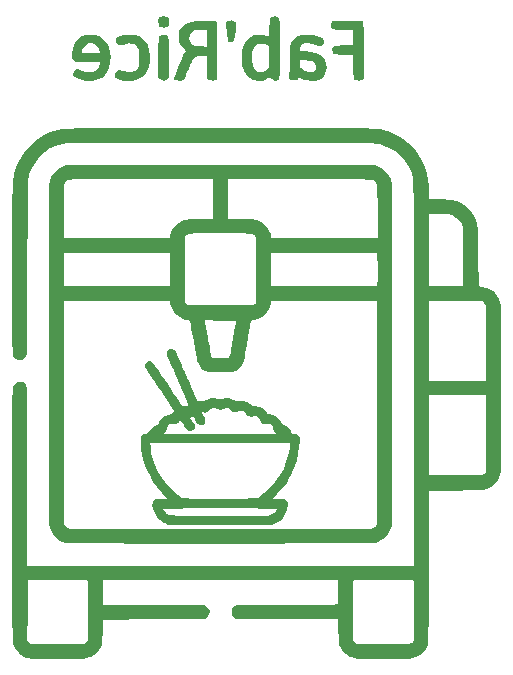
<source format=gbr>
%TF.GenerationSoftware,KiCad,Pcbnew,8.0.3-8.0.3-0~ubuntu22.04.1*%
%TF.CreationDate,2024-07-03T11:37:09+02:00*%
%TF.ProjectId,FabOS_MB,4661624f-535f-44d4-922e-6b696361645f,rev?*%
%TF.SameCoordinates,Original*%
%TF.FileFunction,Legend,Bot*%
%TF.FilePolarity,Positive*%
%FSLAX46Y46*%
G04 Gerber Fmt 4.6, Leading zero omitted, Abs format (unit mm)*
G04 Created by KiCad (PCBNEW 8.0.3-8.0.3-0~ubuntu22.04.1) date 2024-07-03 11:37:09*
%MOMM*%
%LPD*%
G01*
G04 APERTURE LIST*
%ADD10C,0.000000*%
G04 APERTURE END LIST*
D10*
%TO.C,G\u002A\u002A\u002A*%
G36*
X124407168Y-100954264D02*
G01*
X124576715Y-101025105D01*
X124576715Y-101368707D01*
X124576701Y-101386334D01*
X124572966Y-101560989D01*
X124558618Y-101669640D01*
X124527840Y-101735975D01*
X124474817Y-101783682D01*
X124448953Y-101798722D01*
X124313932Y-101839505D01*
X124141155Y-101855055D01*
X123991957Y-101848900D01*
X123846593Y-101812831D01*
X123759336Y-101731320D01*
X123716800Y-101589538D01*
X123705596Y-101372660D01*
X123708724Y-101210031D01*
X123729828Y-101073889D01*
X123784600Y-100992481D01*
X123888643Y-100945394D01*
X124057563Y-100912215D01*
X124172798Y-100904357D01*
X124407168Y-100954264D01*
G37*
G36*
X129973179Y-101261268D02*
G01*
X130118227Y-101287776D01*
X130216065Y-101350722D01*
X130233267Y-101367942D01*
X130267521Y-101406967D01*
X130289888Y-101452002D01*
X130300619Y-101517229D01*
X130299963Y-101616831D01*
X130288172Y-101764992D01*
X130265496Y-101975893D01*
X130232185Y-102263719D01*
X130206907Y-102470263D01*
X130174154Y-102694806D01*
X130142509Y-102850529D01*
X130109094Y-102950742D01*
X130071029Y-103008755D01*
X130046579Y-103029844D01*
X129924206Y-103081515D01*
X129786664Y-103084087D01*
X129666795Y-103041188D01*
X129597439Y-102956445D01*
X129583606Y-102902421D01*
X129556809Y-102755566D01*
X129528359Y-102558861D01*
X129500359Y-102332392D01*
X129474909Y-102096247D01*
X129454108Y-101870515D01*
X129440058Y-101675283D01*
X129434859Y-101530638D01*
X129440611Y-101456669D01*
X129448229Y-101438067D01*
X129531507Y-101335046D01*
X129675410Y-101277143D01*
X129892112Y-101259026D01*
X129973179Y-101261268D01*
G37*
G36*
X124267564Y-102501657D02*
G01*
X124396665Y-102529332D01*
X124485018Y-102588629D01*
X124491936Y-102595707D01*
X124514169Y-102623573D01*
X124532135Y-102661615D01*
X124546289Y-102718892D01*
X124557084Y-102804460D01*
X124564973Y-102927378D01*
X124570410Y-103096703D01*
X124573849Y-103321494D01*
X124575744Y-103610808D01*
X124576548Y-103973702D01*
X124576715Y-104419236D01*
X124576715Y-106158146D01*
X124455911Y-106253171D01*
X124348736Y-106312993D01*
X124141155Y-106348195D01*
X123999669Y-106332947D01*
X123826400Y-106253171D01*
X123705596Y-106158146D01*
X123705596Y-104419236D01*
X123705604Y-104288049D01*
X123705901Y-103866128D01*
X123706960Y-103524356D01*
X123709234Y-103253676D01*
X123713177Y-103045029D01*
X123719243Y-102889359D01*
X123727885Y-102777608D01*
X123739557Y-102700717D01*
X123754714Y-102649628D01*
X123773807Y-102615285D01*
X123797293Y-102588629D01*
X123854536Y-102544380D01*
X123967525Y-102507498D01*
X124141155Y-102496932D01*
X124267564Y-102501657D01*
G37*
G36*
X121568394Y-102472586D02*
G01*
X121824524Y-102523721D01*
X122038120Y-102601603D01*
X122357810Y-102789152D01*
X122614851Y-103043104D01*
X122808535Y-103362453D01*
X122938152Y-103746194D01*
X123002993Y-104193322D01*
X123009066Y-104304541D01*
X122997390Y-104787219D01*
X122919812Y-105206922D01*
X122776606Y-105563244D01*
X122568047Y-105855779D01*
X122294408Y-106084118D01*
X121955963Y-106247856D01*
X121552987Y-106346583D01*
X121414803Y-106362391D01*
X121117347Y-106368395D01*
X120814629Y-106342984D01*
X120530531Y-106289976D01*
X120288936Y-106213190D01*
X120113723Y-106116445D01*
X120035618Y-106033213D01*
X119992049Y-105897846D01*
X120013844Y-105782995D01*
X120077272Y-105640024D01*
X120162446Y-105515802D01*
X120249163Y-105445843D01*
X120249425Y-105445744D01*
X120328345Y-105445304D01*
X120463990Y-105470824D01*
X120627150Y-105516820D01*
X120792625Y-105562860D01*
X121117622Y-105609699D01*
X121419147Y-105597263D01*
X121674116Y-105525364D01*
X121687537Y-105519142D01*
X121837525Y-105424093D01*
X121947236Y-105292858D01*
X122022429Y-105111969D01*
X122068863Y-104867956D01*
X122092297Y-104547350D01*
X122096418Y-104319163D01*
X122077795Y-103987277D01*
X122023236Y-103726094D01*
X121928893Y-103525479D01*
X121790917Y-103375300D01*
X121605459Y-103265422D01*
X121501138Y-103229484D01*
X121247941Y-103198013D01*
X120969972Y-103223329D01*
X120698009Y-103304121D01*
X120634981Y-103328141D01*
X120452684Y-103359982D01*
X120307346Y-103313639D01*
X120186054Y-103186134D01*
X120153975Y-103133360D01*
X120095884Y-102956789D01*
X120118582Y-102799276D01*
X120221119Y-102674661D01*
X120238114Y-102662852D01*
X120429211Y-102573019D01*
X120682261Y-102506773D01*
X120972790Y-102466415D01*
X121276325Y-102454252D01*
X121568394Y-102472586D01*
G37*
G36*
X139372050Y-101265886D02*
G01*
X139767747Y-101269647D01*
X139858476Y-101270603D01*
X140200187Y-101274742D01*
X140463699Y-101279503D01*
X140659984Y-101285775D01*
X140800018Y-101294448D01*
X140894774Y-101306412D01*
X140955226Y-101322557D01*
X140992349Y-101343772D01*
X141017115Y-101370948D01*
X141018959Y-101373631D01*
X141033496Y-101409450D01*
X141045705Y-101473005D01*
X141055775Y-101571402D01*
X141063893Y-101711747D01*
X141070248Y-101901146D01*
X141075026Y-102146707D01*
X141078416Y-102455536D01*
X141080604Y-102834740D01*
X141081780Y-103291425D01*
X141082130Y-103832698D01*
X141082130Y-106205451D01*
X140980232Y-106276823D01*
X140867113Y-106326696D01*
X140693665Y-106348254D01*
X140510876Y-106330573D01*
X140350951Y-106277361D01*
X140246099Y-106192324D01*
X140242147Y-106179554D01*
X140232594Y-106088793D01*
X140224312Y-105925861D01*
X140217764Y-105704822D01*
X140213410Y-105439739D01*
X140211713Y-105144675D01*
X140211011Y-104147473D01*
X139411939Y-104147473D01*
X139270365Y-104147337D01*
X138995476Y-104144707D01*
X138794167Y-104135912D01*
X138653714Y-104117335D01*
X138561391Y-104085359D01*
X138504474Y-104036365D01*
X138470236Y-103966736D01*
X138445952Y-103872855D01*
X138436678Y-103818430D01*
X138438805Y-103647212D01*
X138482893Y-103501930D01*
X138561182Y-103413518D01*
X138607177Y-103402176D01*
X138736715Y-103388590D01*
X138928183Y-103377776D01*
X139164498Y-103370632D01*
X139428575Y-103368051D01*
X140211011Y-103368051D01*
X140211011Y-102703250D01*
X140211011Y-102038448D01*
X139343167Y-102038448D01*
X139273606Y-102038443D01*
X138958482Y-102037216D01*
X138722005Y-102030730D01*
X138553209Y-102014550D01*
X138441126Y-101984241D01*
X138374787Y-101935367D01*
X138343226Y-101863494D01*
X138335474Y-101764185D01*
X138340563Y-101633007D01*
X138344722Y-101560514D01*
X138355686Y-101469092D01*
X138380829Y-101398202D01*
X138429840Y-101345377D01*
X138512409Y-101308150D01*
X138638226Y-101284055D01*
X138816978Y-101270623D01*
X139058357Y-101265389D01*
X139372050Y-101265886D01*
G37*
G36*
X119659881Y-104345939D02*
G01*
X119632586Y-104814361D01*
X119627104Y-104854955D01*
X119536643Y-105271354D01*
X119390926Y-105615894D01*
X119186446Y-105892295D01*
X118919696Y-106104279D01*
X118587168Y-106255567D01*
X118185355Y-106349881D01*
X118141192Y-106356041D01*
X117867590Y-106371143D01*
X117582770Y-106353185D01*
X117301433Y-106306775D01*
X117038281Y-106236525D01*
X116808015Y-106147045D01*
X116625337Y-106042945D01*
X116504949Y-105928834D01*
X116461553Y-105809324D01*
X116487544Y-105712456D01*
X116558355Y-105580780D01*
X116651286Y-105454731D01*
X116743505Y-105369894D01*
X116749849Y-105366265D01*
X116821996Y-105354660D01*
X116936098Y-105382564D01*
X117110292Y-105454144D01*
X117270190Y-105516226D01*
X117560612Y-105588004D01*
X117850848Y-105615250D01*
X118115193Y-105596367D01*
X118327941Y-105529758D01*
X118494198Y-105400312D01*
X118633120Y-105190057D01*
X118727029Y-104915434D01*
X118755718Y-104789351D01*
X117718672Y-104789351D01*
X116681625Y-104789351D01*
X116525740Y-104633466D01*
X116514589Y-104622239D01*
X116421504Y-104512111D01*
X116379598Y-104404261D01*
X116369856Y-104252175D01*
X116374830Y-104087311D01*
X116385968Y-104009928D01*
X117239228Y-104009928D01*
X117996600Y-104009928D01*
X118181496Y-104009485D01*
X118409300Y-104007554D01*
X118590716Y-104004356D01*
X118710640Y-104000183D01*
X118753971Y-103995326D01*
X118748591Y-103971580D01*
X118723452Y-103880469D01*
X118684704Y-103747475D01*
X118649075Y-103648379D01*
X118510101Y-103428196D01*
X118315461Y-103275437D01*
X118076449Y-103197124D01*
X117804361Y-103200277D01*
X117623311Y-103261038D01*
X117470582Y-103391700D01*
X117353625Y-103597056D01*
X117267143Y-103883845D01*
X117239228Y-104009928D01*
X116385968Y-104009928D01*
X116433584Y-103679102D01*
X116554562Y-103313773D01*
X116732778Y-103000945D01*
X116963244Y-102750243D01*
X117240975Y-102571287D01*
X117282773Y-102552706D01*
X117397456Y-102513752D01*
X117531009Y-102489933D01*
X117707656Y-102477949D01*
X117951625Y-102474501D01*
X118162527Y-102476078D01*
X118337190Y-102484658D01*
X118469443Y-102504390D01*
X118585401Y-102539372D01*
X118711176Y-102593704D01*
X118846768Y-102666504D01*
X119124891Y-102887255D01*
X119348597Y-103173608D01*
X119514553Y-103517529D01*
X119619426Y-103910984D01*
X119627271Y-103995326D01*
X119659881Y-104345939D01*
G37*
G36*
X128701545Y-102834846D02*
G01*
X128702719Y-103291479D01*
X128703069Y-103832698D01*
X128703069Y-106205451D01*
X128601171Y-106276823D01*
X128488052Y-106326696D01*
X128314604Y-106348254D01*
X128131814Y-106330573D01*
X127971890Y-106277361D01*
X127867038Y-106192324D01*
X127864300Y-106185096D01*
X127854405Y-106104243D01*
X127845797Y-105949915D01*
X127838971Y-105736557D01*
X127834424Y-105478612D01*
X127832652Y-105190524D01*
X127831950Y-104239170D01*
X127440766Y-104239170D01*
X127217789Y-104244480D01*
X127024902Y-104268046D01*
X126868163Y-104319782D01*
X126736997Y-104409581D01*
X126620829Y-104547339D01*
X126509087Y-104742951D01*
X126391196Y-105006313D01*
X126256582Y-105347319D01*
X126162618Y-105592654D01*
X126070669Y-105829618D01*
X126000970Y-106001816D01*
X125947757Y-106120849D01*
X125905266Y-106198315D01*
X125867733Y-106245811D01*
X125829394Y-106274937D01*
X125784484Y-106297291D01*
X125781262Y-106298744D01*
X125616795Y-106343357D01*
X125436153Y-106348504D01*
X125265676Y-106318724D01*
X125131705Y-106258557D01*
X125060580Y-106172542D01*
X125062566Y-106122777D01*
X125096758Y-105987575D01*
X125165199Y-105779112D01*
X125265914Y-105503294D01*
X125396932Y-105166022D01*
X125520811Y-104858926D01*
X125667459Y-104511420D01*
X125790496Y-104242012D01*
X125892528Y-104045402D01*
X125976158Y-103916291D01*
X126043992Y-103849379D01*
X126046855Y-103817932D01*
X125991410Y-103739472D01*
X125878770Y-103629493D01*
X125736855Y-103488088D01*
X125571920Y-103242676D01*
X125478193Y-102959596D01*
X125459383Y-102747007D01*
X126334622Y-102747007D01*
X126379116Y-102958178D01*
X126488774Y-103154526D01*
X126665434Y-103318911D01*
X126731649Y-103359683D01*
X126821921Y-103397752D01*
X126937033Y-103422695D01*
X127099269Y-103438932D01*
X127330916Y-103450883D01*
X127831950Y-103471526D01*
X127831950Y-102754987D01*
X127831950Y-102038448D01*
X127416693Y-102038448D01*
X127353159Y-102039011D01*
X127136452Y-102048134D01*
X126939039Y-102066098D01*
X126797100Y-102089900D01*
X126771578Y-102096861D01*
X126573772Y-102195938D01*
X126433786Y-102348748D01*
X126353458Y-102538150D01*
X126334622Y-102747007D01*
X125459383Y-102747007D01*
X125448282Y-102621542D01*
X125448490Y-102586610D01*
X125478194Y-102270802D01*
X125561048Y-102002517D01*
X125701260Y-101779505D01*
X125903038Y-101599515D01*
X126170592Y-101460297D01*
X126508128Y-101359599D01*
X126919855Y-101295172D01*
X127409981Y-101264765D01*
X127982715Y-101266128D01*
X128088285Y-101269138D01*
X128303985Y-101277748D01*
X128450547Y-101289632D01*
X128544232Y-101307393D01*
X128601302Y-101333631D01*
X128638017Y-101370948D01*
X128639930Y-101373734D01*
X128654462Y-101409620D01*
X128666668Y-101473217D01*
X128676733Y-101571634D01*
X128684847Y-101711980D01*
X128691198Y-101901365D01*
X128695972Y-102146899D01*
X128699359Y-102455689D01*
X128701085Y-102754987D01*
X128701545Y-102834846D01*
G37*
G36*
X137961396Y-105204701D02*
G01*
X137932195Y-105500316D01*
X137844192Y-105772314D01*
X137699117Y-105995947D01*
X137627125Y-106063024D01*
X137442639Y-106185359D01*
X137225627Y-106286899D01*
X137014342Y-106347979D01*
X136929684Y-106359874D01*
X136661262Y-106367847D01*
X136379781Y-106340187D01*
X136111103Y-106281951D01*
X135881094Y-106198199D01*
X135715615Y-106093988D01*
X135638838Y-106049324D01*
X135564683Y-106062650D01*
X135534477Y-106143527D01*
X135510042Y-106214864D01*
X135415725Y-106288478D01*
X135272571Y-106329744D01*
X135104281Y-106328472D01*
X134943457Y-106292980D01*
X134839002Y-106232854D01*
X134785270Y-106132535D01*
X134773785Y-105976040D01*
X134796070Y-105747388D01*
X134799730Y-105717583D01*
X134814744Y-105538082D01*
X134827811Y-105291982D01*
X134838176Y-104999670D01*
X134845077Y-104681535D01*
X134845815Y-104592485D01*
X135672022Y-104592485D01*
X135672022Y-104893160D01*
X135672042Y-104914673D01*
X135676343Y-105072572D01*
X135695532Y-105172443D01*
X135740222Y-105244667D01*
X135821029Y-105319620D01*
X135841742Y-105336513D01*
X135994506Y-105441983D01*
X136153430Y-105529007D01*
X136236950Y-105561263D01*
X136437902Y-105605171D01*
X136642134Y-105613654D01*
X136820298Y-105586862D01*
X136943044Y-105524946D01*
X137038727Y-105389902D01*
X137074041Y-105203178D01*
X137028697Y-104998525D01*
X136996189Y-104935099D01*
X136877276Y-104808370D01*
X136694314Y-104715553D01*
X136439139Y-104653293D01*
X136103586Y-104618232D01*
X135672022Y-104592485D01*
X134845815Y-104592485D01*
X134847758Y-104357963D01*
X134848835Y-104027976D01*
X134852052Y-103765136D01*
X134858363Y-103567564D01*
X134868733Y-103421850D01*
X134884129Y-103314581D01*
X134905515Y-103232346D01*
X134933856Y-103161733D01*
X135055193Y-102965859D01*
X135275836Y-102749156D01*
X135557401Y-102579515D01*
X135577556Y-102570355D01*
X135684545Y-102527921D01*
X135793955Y-102500208D01*
X135928089Y-102484360D01*
X136109252Y-102477524D01*
X136359748Y-102476845D01*
X136510328Y-102479313D01*
X136859077Y-102503896D01*
X137144554Y-102558147D01*
X137385193Y-102646474D01*
X137599427Y-102773285D01*
X137671491Y-102840317D01*
X137735026Y-102984267D01*
X137716847Y-103148542D01*
X137616502Y-103318685D01*
X137563378Y-103376300D01*
X137474860Y-103436661D01*
X137369628Y-103451116D01*
X137226241Y-103420663D01*
X137023259Y-103346300D01*
X137006000Y-103339478D01*
X136703309Y-103245694D01*
X136414197Y-103201710D01*
X136154680Y-103207269D01*
X135940776Y-103262117D01*
X135788502Y-103365997D01*
X135770458Y-103390058D01*
X135716939Y-103510259D01*
X135684358Y-103657137D01*
X135661690Y-103858248D01*
X136182650Y-103884327D01*
X136637343Y-103929107D01*
X137031564Y-104018960D01*
X137353444Y-104155032D01*
X137607539Y-104339268D01*
X137798407Y-104573610D01*
X137836489Y-104641603D01*
X137930070Y-104910214D01*
X137961234Y-105203178D01*
X137961396Y-105204701D01*
G37*
G36*
X133975632Y-103627323D02*
G01*
X133975611Y-103947196D01*
X133975365Y-104445220D01*
X133974632Y-104863094D01*
X133973155Y-105208197D01*
X133970677Y-105487903D01*
X133966940Y-105709591D01*
X133961688Y-105880635D01*
X133954662Y-106008414D01*
X133945607Y-106100303D01*
X133934263Y-106163680D01*
X133920375Y-106205920D01*
X133903685Y-106234401D01*
X133883935Y-106256499D01*
X133794925Y-106315558D01*
X133612120Y-106348195D01*
X133467583Y-106329272D01*
X133334975Y-106246278D01*
X133260388Y-106094047D01*
X133232732Y-105983855D01*
X133088184Y-106094107D01*
X132995538Y-106158545D01*
X132769014Y-106269439D01*
X132485560Y-106348309D01*
X132416014Y-106359687D01*
X132171825Y-106367299D01*
X131915029Y-106338260D01*
X131695646Y-106277081D01*
X131638601Y-106249640D01*
X131457922Y-106124325D01*
X131271802Y-105949744D01*
X131104974Y-105750992D01*
X130982172Y-105553165D01*
X130947250Y-105479152D01*
X130857733Y-105246085D01*
X130800181Y-105002296D01*
X130769622Y-104721325D01*
X130761163Y-104379856D01*
X131639372Y-104379856D01*
X131652983Y-104726136D01*
X131704990Y-105035277D01*
X131798241Y-105277888D01*
X131935258Y-105463200D01*
X131941177Y-105469098D01*
X132050699Y-105562367D01*
X132157828Y-105604074D01*
X132309044Y-105612827D01*
X132496779Y-105596788D01*
X132730108Y-105518960D01*
X132955506Y-105365270D01*
X133104513Y-105239683D01*
X133104513Y-104324213D01*
X133104513Y-103408743D01*
X132892681Y-103315040D01*
X132702958Y-103253569D01*
X132407031Y-103221336D01*
X132339331Y-103222051D01*
X132190718Y-103235763D01*
X132079421Y-103276282D01*
X131965524Y-103355761D01*
X131918222Y-103396892D01*
X131791365Y-103557188D01*
X131705352Y-103765819D01*
X131656062Y-104035727D01*
X131639372Y-104379856D01*
X130761163Y-104379856D01*
X130761085Y-104376715D01*
X130791103Y-103918669D01*
X130881900Y-103506330D01*
X131031632Y-103158651D01*
X131238461Y-102878109D01*
X131500546Y-102667179D01*
X131816047Y-102528336D01*
X132183123Y-102464054D01*
X132243372Y-102460434D01*
X132449716Y-102458899D01*
X132621972Y-102482869D01*
X132804909Y-102537644D01*
X132936577Y-102583701D01*
X133044965Y-102620406D01*
X133091462Y-102634477D01*
X133094058Y-102620321D01*
X133098200Y-102532192D01*
X133101515Y-102376815D01*
X133103715Y-102169814D01*
X133104513Y-101926812D01*
X133105168Y-101802018D01*
X133110322Y-101557441D01*
X133119767Y-101347165D01*
X133132499Y-101190321D01*
X133147518Y-101106035D01*
X133158056Y-101082956D01*
X133255940Y-100984555D01*
X133405812Y-100925803D01*
X133580475Y-100909864D01*
X133752735Y-100939898D01*
X133895397Y-101019068D01*
X133911643Y-101037616D01*
X133926475Y-101069007D01*
X133938834Y-101119397D01*
X133948943Y-101196053D01*
X133957024Y-101306248D01*
X133963303Y-101457249D01*
X133968002Y-101656327D01*
X133971345Y-101910753D01*
X133973556Y-102227795D01*
X133974858Y-102614725D01*
X133975476Y-103078811D01*
X133975570Y-103408743D01*
X133975632Y-103627323D01*
G37*
G36*
X135247394Y-136253898D02*
G01*
X135417101Y-136296086D01*
X135560256Y-136381563D01*
X135581941Y-136402705D01*
X135630012Y-136465109D01*
X135657077Y-136545157D01*
X135668895Y-136667507D01*
X135671221Y-136856819D01*
X135660536Y-137066607D01*
X135648064Y-137311463D01*
X135555609Y-137927888D01*
X135397856Y-138558366D01*
X135180437Y-139181334D01*
X134908982Y-139775234D01*
X134864284Y-139860021D01*
X134550666Y-140382906D01*
X134184184Y-140874148D01*
X133746380Y-141358892D01*
X133370176Y-141743141D01*
X133875704Y-141743141D01*
X133967907Y-141743268D01*
X134163515Y-141746082D01*
X134295935Y-141755524D01*
X134385990Y-141775415D01*
X134454503Y-141809579D01*
X134522295Y-141861838D01*
X134576170Y-141910061D01*
X134633126Y-141986105D01*
X134657751Y-142084616D01*
X134662861Y-142240087D01*
X134658321Y-142358184D01*
X134611307Y-142606008D01*
X134588256Y-142727519D01*
X134441366Y-143071796D01*
X134227769Y-143378453D01*
X133957581Y-143634930D01*
X133640921Y-143828665D01*
X133287906Y-143947099D01*
X133280580Y-143948165D01*
X133193103Y-143952848D01*
X133022031Y-143957176D01*
X132774012Y-143961110D01*
X132455697Y-143964610D01*
X132073733Y-143967638D01*
X131634770Y-143970152D01*
X131145457Y-143972114D01*
X130612443Y-143973485D01*
X130042378Y-143974224D01*
X129441911Y-143974293D01*
X128817690Y-143973652D01*
X124507942Y-143966787D01*
X124254574Y-143844054D01*
X124200972Y-143817139D01*
X123858790Y-143592610D01*
X123581430Y-143312969D01*
X123375240Y-142987888D01*
X123246567Y-142627037D01*
X123244132Y-142606008D01*
X124072383Y-142606008D01*
X124075623Y-142622842D01*
X124126401Y-142707253D01*
X124222429Y-142819434D01*
X124342506Y-142937975D01*
X124465429Y-143041466D01*
X124569995Y-143108496D01*
X124602458Y-143121575D01*
X124646884Y-143133705D01*
X124707592Y-143144298D01*
X124790384Y-143153474D01*
X124901059Y-143161347D01*
X125045419Y-143168036D01*
X125229266Y-143173658D01*
X125458401Y-143178329D01*
X125738624Y-143182168D01*
X126075737Y-143185290D01*
X126475541Y-143187814D01*
X126943837Y-143189856D01*
X127486426Y-143191534D01*
X128109110Y-143192964D01*
X128817690Y-143194264D01*
X129373230Y-143194877D01*
X129959126Y-143194797D01*
X130514994Y-143193977D01*
X131033980Y-143192461D01*
X131509234Y-143190295D01*
X131933903Y-143187525D01*
X132301136Y-143184195D01*
X132604081Y-143180351D01*
X132835885Y-143176038D01*
X132989697Y-143171302D01*
X133058664Y-143166188D01*
X133133009Y-143148854D01*
X133327592Y-143083352D01*
X133479194Y-142987217D01*
X133625033Y-142838945D01*
X133693316Y-142755874D01*
X133764593Y-142658949D01*
X133792238Y-142606008D01*
X133750655Y-142601097D01*
X133623177Y-142596193D01*
X133415703Y-142591537D01*
X133134194Y-142587176D01*
X132784612Y-142583155D01*
X132372920Y-142579520D01*
X131905079Y-142576318D01*
X131387051Y-142573595D01*
X130824798Y-142571397D01*
X130224283Y-142569769D01*
X129591466Y-142568759D01*
X128932311Y-142568412D01*
X128297468Y-142568734D01*
X127663554Y-142569720D01*
X127061718Y-142571325D01*
X126497921Y-142573503D01*
X125978125Y-142576207D01*
X125508292Y-142579392D01*
X125094383Y-142583011D01*
X124742362Y-142587018D01*
X124458189Y-142591368D01*
X124247827Y-142596013D01*
X124117238Y-142600909D01*
X124072383Y-142606008D01*
X123244132Y-142606008D01*
X123201760Y-142240087D01*
X123203139Y-142139628D01*
X123218196Y-142021892D01*
X123260319Y-141940793D01*
X123342327Y-141861838D01*
X123368553Y-141840224D01*
X123434187Y-141795081D01*
X123508219Y-141766624D01*
X123611469Y-141751030D01*
X123764761Y-141744476D01*
X123988917Y-141743141D01*
X124494445Y-141743141D01*
X124118241Y-141358892D01*
X124045562Y-141283791D01*
X123619922Y-140799684D01*
X123262768Y-140305213D01*
X122955639Y-139775234D01*
X122740617Y-139317948D01*
X122510577Y-138699628D01*
X122338941Y-138068959D01*
X122231338Y-137447503D01*
X122206874Y-137066607D01*
X123004703Y-137066607D01*
X123034821Y-137390665D01*
X123104687Y-137845953D01*
X123246809Y-138383847D01*
X123448325Y-138930589D01*
X123700720Y-139463411D01*
X123995478Y-139959543D01*
X124011765Y-139983797D01*
X124291527Y-140355101D01*
X124626214Y-140731199D01*
X124993121Y-141089796D01*
X125369542Y-141408601D01*
X125732773Y-141665320D01*
X125760600Y-141679671D01*
X125802141Y-141693048D01*
X125862141Y-141704397D01*
X125947258Y-141713873D01*
X126064152Y-141721634D01*
X126219478Y-141727836D01*
X126419896Y-141732635D01*
X126672063Y-141736188D01*
X126982637Y-141738652D01*
X127358276Y-141740182D01*
X127805637Y-141740935D01*
X128331379Y-141741068D01*
X128942160Y-141740736D01*
X129399325Y-141740297D01*
X129948162Y-141739411D01*
X130416747Y-141738048D01*
X130811685Y-141736046D01*
X131139581Y-141733244D01*
X131407038Y-141729481D01*
X131620661Y-141724596D01*
X131787053Y-141718428D01*
X131912818Y-141710817D01*
X132004561Y-141701600D01*
X132068886Y-141690617D01*
X132112397Y-141677707D01*
X132141697Y-141662709D01*
X132665898Y-141272482D01*
X133163767Y-140811585D01*
X133610892Y-140302670D01*
X133993625Y-139761302D01*
X134298318Y-139203045D01*
X134448937Y-138853535D01*
X134629244Y-138342295D01*
X134758589Y-137846521D01*
X134829801Y-137390665D01*
X134859919Y-137066607D01*
X128932311Y-137066607D01*
X123004703Y-137066607D01*
X122206874Y-137066607D01*
X122193400Y-136856819D01*
X122193476Y-136784758D01*
X122198327Y-136620505D01*
X122214587Y-136514994D01*
X122248014Y-136443567D01*
X122304366Y-136381563D01*
X122433369Y-136301860D01*
X122617228Y-136253898D01*
X122664757Y-136247865D01*
X122689457Y-136241336D01*
X124193944Y-136241336D01*
X128932311Y-136241336D01*
X133670677Y-136241336D01*
X133569173Y-136133290D01*
X133558731Y-136121389D01*
X133485994Y-135994779D01*
X133442905Y-135846737D01*
X133436384Y-135804557D01*
X133371100Y-135587727D01*
X133261028Y-135449751D01*
X133102670Y-135387779D01*
X132892524Y-135398965D01*
X132685326Y-135420345D01*
X132517837Y-135382949D01*
X132401334Y-135276792D01*
X132325412Y-135096322D01*
X132322782Y-135087021D01*
X132257365Y-134941714D01*
X132166958Y-134822231D01*
X132082163Y-134756687D01*
X131992144Y-134735495D01*
X131856966Y-134751262D01*
X131813492Y-134758906D01*
X131579242Y-134789173D01*
X131411366Y-134785089D01*
X131292854Y-134744392D01*
X131206694Y-134664822D01*
X131153667Y-134595934D01*
X131003854Y-134420422D01*
X130877748Y-134316001D01*
X130759101Y-134275899D01*
X130631662Y-134293341D01*
X130479181Y-134361553D01*
X130346509Y-134422582D01*
X130185411Y-134449821D01*
X130041223Y-134399975D01*
X129889213Y-134269172D01*
X129831502Y-134210118D01*
X129687766Y-134087775D01*
X129561699Y-134034567D01*
X129429624Y-134044488D01*
X129267869Y-134111530D01*
X129183270Y-134150756D01*
X129038635Y-134203111D01*
X128932311Y-134223624D01*
X128878160Y-134216500D01*
X128744741Y-134175971D01*
X128596752Y-134111530D01*
X128536374Y-134082437D01*
X128387483Y-134034337D01*
X128260141Y-134045422D01*
X128130674Y-134121698D01*
X127975408Y-134269172D01*
X127945933Y-134299086D01*
X127782705Y-134420426D01*
X127624865Y-134455036D01*
X127461971Y-134405693D01*
X127461505Y-134405444D01*
X127417228Y-134387545D01*
X127406257Y-134408068D01*
X127430665Y-134481786D01*
X127492525Y-134623473D01*
X127540440Y-134731864D01*
X127626370Y-134948845D01*
X127668545Y-135111303D01*
X127668071Y-135237128D01*
X127626054Y-135344214D01*
X127543598Y-135450452D01*
X127511634Y-135480375D01*
X127366776Y-135545255D01*
X127200645Y-135540588D01*
X127044493Y-135465435D01*
X127039235Y-135461068D01*
X126965396Y-135369463D01*
X126880363Y-135223299D01*
X126801502Y-135052111D01*
X126789766Y-135023087D01*
X126723302Y-134868974D01*
X126673333Y-134783533D01*
X126627893Y-134751128D01*
X126575015Y-134756122D01*
X126478043Y-134789562D01*
X126422056Y-134830585D01*
X126419279Y-134893207D01*
X126469621Y-134995186D01*
X126572992Y-135154279D01*
X126661707Y-135291635D01*
X126759406Y-135472758D01*
X126801844Y-135615352D01*
X126793238Y-135737402D01*
X126737809Y-135856893D01*
X126632722Y-135973054D01*
X126484068Y-136025243D01*
X126288459Y-136003244D01*
X126258704Y-135993848D01*
X126182223Y-135950166D01*
X126098303Y-135868074D01*
X125994316Y-135733807D01*
X125857633Y-135533595D01*
X125571914Y-135101547D01*
X125474973Y-135245399D01*
X125473644Y-135247362D01*
X125346852Y-135375072D01*
X125185891Y-135425237D01*
X124977910Y-135401901D01*
X124937769Y-135392936D01*
X124739241Y-135388267D01*
X124587529Y-135461965D01*
X124481924Y-135614600D01*
X124421717Y-135846737D01*
X124418677Y-135865433D01*
X124370070Y-136014200D01*
X124295448Y-136133290D01*
X124193944Y-136241336D01*
X122689457Y-136241336D01*
X122775911Y-136218483D01*
X122855499Y-136154602D01*
X122938706Y-136031931D01*
X122939590Y-136030471D01*
X123063003Y-135870564D01*
X123225469Y-135717038D01*
X123398028Y-135593844D01*
X123551719Y-135524935D01*
X123635278Y-135472311D01*
X123710288Y-135333076D01*
X123718468Y-135309874D01*
X123840058Y-135096888D01*
X124027019Y-134901364D01*
X124255588Y-134740396D01*
X124502004Y-134631078D01*
X124742504Y-134590505D01*
X124762757Y-134589933D01*
X124870174Y-134554881D01*
X124954478Y-134450092D01*
X125034226Y-134309969D01*
X123796806Y-132469218D01*
X123680070Y-132295530D01*
X123402408Y-131881525D01*
X123171264Y-131534126D01*
X122983165Y-131246491D01*
X122834639Y-131011781D01*
X122722215Y-130823154D01*
X122642419Y-130673769D01*
X122591780Y-130556785D01*
X122566826Y-130465362D01*
X122564084Y-130392659D01*
X122580082Y-130331834D01*
X122611349Y-130276048D01*
X122654411Y-130218458D01*
X122730137Y-130151989D01*
X122882861Y-130098868D01*
X123048812Y-130106604D01*
X123192296Y-130177888D01*
X123231740Y-130223238D01*
X123318511Y-130338177D01*
X123441240Y-130508917D01*
X123592004Y-130724250D01*
X123762879Y-130972968D01*
X123945941Y-131243863D01*
X124014356Y-131345924D01*
X124245177Y-131690223D01*
X124492956Y-132059768D01*
X124740690Y-132429205D01*
X124971378Y-132773179D01*
X125168017Y-133066336D01*
X125729337Y-133903069D01*
X125975591Y-133903069D01*
X126072753Y-133899733D01*
X126191137Y-133884216D01*
X126248269Y-133860315D01*
X126248826Y-133818100D01*
X126219566Y-133712006D01*
X126164176Y-133573762D01*
X126128473Y-133493854D01*
X126047989Y-133309760D01*
X125954144Y-133091687D01*
X125860698Y-132871481D01*
X125809347Y-132750264D01*
X125708339Y-132515373D01*
X125611721Y-132294603D01*
X125534861Y-132123246D01*
X125531588Y-132116102D01*
X125466172Y-131970767D01*
X125419678Y-131862732D01*
X125401986Y-131814917D01*
X125401965Y-131814536D01*
X125383245Y-131764293D01*
X125336217Y-131654645D01*
X125270756Y-131508640D01*
X125269222Y-131505273D01*
X125199098Y-131347685D01*
X125106156Y-131133813D01*
X125002322Y-130891311D01*
X124899522Y-130647834D01*
X124892799Y-130631787D01*
X124792421Y-130393912D01*
X124694441Y-130164491D01*
X124609777Y-129968939D01*
X124549344Y-129832667D01*
X124535266Y-129800845D01*
X124457643Y-129557474D01*
X124447528Y-129354870D01*
X124502437Y-129200680D01*
X124619888Y-129102557D01*
X124797400Y-129068149D01*
X124928908Y-129081810D01*
X125057162Y-129143745D01*
X125163840Y-129268632D01*
X125265265Y-129470508D01*
X125305774Y-129564755D01*
X125395270Y-129769039D01*
X125480733Y-129960109D01*
X125526845Y-130063406D01*
X125609451Y-130254812D01*
X125677026Y-130418592D01*
X125734520Y-130557442D01*
X125816482Y-130746534D01*
X125901357Y-130935535D01*
X125912381Y-130959638D01*
X125979038Y-131108879D01*
X126026059Y-131220141D01*
X126043863Y-131270873D01*
X126057746Y-131312679D01*
X126100993Y-131416536D01*
X126163383Y-131556278D01*
X126179882Y-131592580D01*
X126251085Y-131752576D01*
X126344582Y-131965935D01*
X126450120Y-132209184D01*
X126557452Y-132458845D01*
X126691907Y-132773361D01*
X126797422Y-133018328D01*
X126877623Y-133198820D01*
X126938188Y-133324706D01*
X126984795Y-133405853D01*
X127023120Y-133452129D01*
X127058841Y-133473403D01*
X127097635Y-133479543D01*
X127145179Y-133480417D01*
X127270228Y-133490029D01*
X127416735Y-133512791D01*
X127443769Y-133517568D01*
X127568328Y-133504674D01*
X127714052Y-133426845D01*
X127786573Y-133384600D01*
X127958979Y-133309702D01*
X128138853Y-133255195D01*
X128171404Y-133248087D01*
X128336872Y-133222678D01*
X128483705Y-133228824D01*
X128663793Y-133267768D01*
X128767224Y-133293185D01*
X128905869Y-133314140D01*
X129034213Y-133305667D01*
X129200829Y-133267768D01*
X129234881Y-133259065D01*
X129405942Y-133225596D01*
X129552275Y-133224720D01*
X129725768Y-133255195D01*
X129822936Y-133281516D01*
X130005309Y-133349974D01*
X130150570Y-133426845D01*
X130211866Y-133465718D01*
X130336838Y-133515681D01*
X130458448Y-133510471D01*
X130621444Y-133485679D01*
X130940187Y-133498131D01*
X131238642Y-133587826D01*
X131495993Y-133749961D01*
X131609499Y-133836633D01*
X131732441Y-133889493D01*
X131883637Y-133903069D01*
X131956930Y-133905672D01*
X132259900Y-133967324D01*
X132544177Y-134101010D01*
X132779296Y-134293449D01*
X132862708Y-134388856D01*
X132937962Y-134487498D01*
X132966968Y-134543922D01*
X132967129Y-134546148D01*
X133011462Y-134577755D01*
X133110656Y-134590795D01*
X133366096Y-134623665D01*
X133620515Y-134736327D01*
X133865693Y-134934796D01*
X133987071Y-135069742D01*
X134093289Y-135215466D01*
X134154334Y-135333076D01*
X134213975Y-135453715D01*
X134312902Y-135524935D01*
X134314172Y-135525257D01*
X134468176Y-135594789D01*
X134640775Y-135718380D01*
X134803008Y-135872078D01*
X134925916Y-136031931D01*
X134954837Y-136078684D01*
X135033086Y-136180076D01*
X135118877Y-136230384D01*
X135178736Y-136241336D01*
X135247394Y-136253898D01*
G37*
G36*
X143504571Y-119121814D02*
G01*
X143506491Y-119870177D01*
X143508190Y-120662831D01*
X143508524Y-120850622D01*
X143509669Y-121495532D01*
X143510932Y-122364036D01*
X143511360Y-122732401D01*
X143511978Y-123264102D01*
X143512811Y-124191486D01*
X143513359Y-125031408D01*
X143513431Y-125141945D01*
X143513841Y-126111236D01*
X143514042Y-127095117D01*
X143514035Y-128089343D01*
X143513823Y-129089672D01*
X143513407Y-130091862D01*
X143512789Y-131091668D01*
X143511971Y-132084849D01*
X143510953Y-133067161D01*
X143509738Y-134034360D01*
X143508328Y-134982205D01*
X143506724Y-135906452D01*
X143504928Y-136802858D01*
X143502942Y-137667180D01*
X143500767Y-138495176D01*
X143498405Y-139282601D01*
X143495858Y-140025213D01*
X143493127Y-140718769D01*
X143490214Y-141359027D01*
X143487120Y-141941742D01*
X143483848Y-142462673D01*
X143480400Y-142917576D01*
X143476776Y-143302207D01*
X143472978Y-143612325D01*
X143469009Y-143843686D01*
X143464869Y-143992047D01*
X143460561Y-144053165D01*
X143342341Y-144392048D01*
X143146418Y-144741041D01*
X142884613Y-145036189D01*
X142550247Y-145284760D01*
X142136643Y-145494023D01*
X142129480Y-145495407D01*
X142047465Y-145500026D01*
X141879884Y-145504442D01*
X141631167Y-145508653D01*
X141305746Y-145512658D01*
X140908052Y-145516456D01*
X140442518Y-145520045D01*
X139913575Y-145523424D01*
X139325655Y-145526591D01*
X138683188Y-145529545D01*
X137990607Y-145532284D01*
X137252343Y-145534807D01*
X136472828Y-145537112D01*
X135656493Y-145539198D01*
X134807771Y-145541064D01*
X133931092Y-145542707D01*
X133030888Y-145544127D01*
X132111591Y-145545322D01*
X131177632Y-145546291D01*
X130233443Y-145547031D01*
X129283455Y-145547543D01*
X128332101Y-145547823D01*
X127383811Y-145547872D01*
X126443017Y-145547686D01*
X125514152Y-145547265D01*
X124601645Y-145546608D01*
X123709930Y-145545712D01*
X122843437Y-145544577D01*
X122006599Y-145543201D01*
X121203846Y-145541583D01*
X120439611Y-145539720D01*
X119718324Y-145537612D01*
X119044418Y-145535257D01*
X118422324Y-145532653D01*
X117856474Y-145529800D01*
X117351299Y-145526695D01*
X116911231Y-145523338D01*
X116540702Y-145519726D01*
X116244142Y-145515859D01*
X116025984Y-145511734D01*
X115890659Y-145507351D01*
X115842600Y-145502708D01*
X115815563Y-145478940D01*
X115729605Y-145456860D01*
X115715117Y-145456291D01*
X115572856Y-145414772D01*
X115393477Y-145315982D01*
X115195830Y-145171853D01*
X114998766Y-144994315D01*
X114802699Y-144764635D01*
X114590431Y-144396903D01*
X114449565Y-143977592D01*
X114447414Y-143963903D01*
X114442256Y-143890352D01*
X114437428Y-143759274D01*
X114432925Y-143568868D01*
X114428739Y-143317338D01*
X114424866Y-143002885D01*
X114421298Y-142623710D01*
X114418030Y-142178015D01*
X114415056Y-141664001D01*
X114412368Y-141079872D01*
X114409962Y-140423827D01*
X114407831Y-139694069D01*
X114405969Y-138888800D01*
X114404369Y-138006220D01*
X114403026Y-137044533D01*
X114401933Y-136001939D01*
X114401085Y-134876640D01*
X114400474Y-133666838D01*
X114400095Y-132370734D01*
X114399942Y-130986531D01*
X114400009Y-129512429D01*
X114400104Y-128515413D01*
X114400188Y-127210873D01*
X114400262Y-125992774D01*
X114400361Y-125008484D01*
X115682130Y-125008484D01*
X115682130Y-134430968D01*
X115682130Y-143853452D01*
X115785289Y-144012867D01*
X115810428Y-144047363D01*
X115935926Y-144169636D01*
X116082804Y-144264390D01*
X116095827Y-144270442D01*
X116117327Y-144279285D01*
X116143278Y-144287500D01*
X116176911Y-144295109D01*
X116221459Y-144302134D01*
X116280151Y-144308597D01*
X116356221Y-144314523D01*
X116452898Y-144319932D01*
X116573414Y-144324848D01*
X116721001Y-144329292D01*
X116898890Y-144333289D01*
X117110312Y-144336859D01*
X117358498Y-144340026D01*
X117646681Y-144342812D01*
X117978090Y-144345239D01*
X118355957Y-144347331D01*
X118783515Y-144349109D01*
X119263993Y-144350597D01*
X119800624Y-144351816D01*
X120396638Y-144352790D01*
X121055268Y-144353541D01*
X121779743Y-144354090D01*
X122573296Y-144354462D01*
X123439158Y-144354678D01*
X124380560Y-144354761D01*
X125400734Y-144354734D01*
X126502911Y-144354618D01*
X127690321Y-144354437D01*
X128966197Y-144354213D01*
X141655235Y-144351928D01*
X141850845Y-144257073D01*
X141897528Y-144232018D01*
X142041453Y-144129504D01*
X142148859Y-144018654D01*
X142251264Y-143875091D01*
X142251264Y-134453250D01*
X142251264Y-125031408D01*
X137746661Y-125019722D01*
X133242058Y-125008035D01*
X133242058Y-125112066D01*
X133240403Y-125143575D01*
X133205087Y-125305095D01*
X133132999Y-125504117D01*
X133036330Y-125710369D01*
X132927273Y-125893583D01*
X132917657Y-125907450D01*
X132708007Y-126158400D01*
X132463680Y-126351471D01*
X132166703Y-126498069D01*
X131799105Y-126609600D01*
X131715235Y-126630311D01*
X131606517Y-126659734D01*
X131558725Y-126676534D01*
X131549547Y-126703184D01*
X131541015Y-126739308D01*
X131526962Y-126798810D01*
X131498742Y-126937613D01*
X131495593Y-126954100D01*
X131475765Y-127059835D01*
X131455770Y-127171110D01*
X131432723Y-127304921D01*
X131403738Y-127478267D01*
X131365930Y-127708145D01*
X131316412Y-128011553D01*
X131296335Y-128131673D01*
X131260705Y-128337479D01*
X131224729Y-128538809D01*
X131193169Y-128713334D01*
X131123759Y-129107582D01*
X131065067Y-129455777D01*
X131064706Y-129457983D01*
X130999703Y-129812884D01*
X130934319Y-130087646D01*
X130869926Y-130276506D01*
X130787971Y-130421288D01*
X130616163Y-130629052D01*
X130405198Y-130814053D01*
X130183828Y-130948143D01*
X130139626Y-130968022D01*
X130057123Y-131000966D01*
X129972266Y-131024993D01*
X129870165Y-131041505D01*
X129735930Y-131051906D01*
X129554671Y-131057599D01*
X129311497Y-131059986D01*
X128991518Y-131060470D01*
X128749073Y-131059920D01*
X128446627Y-131055866D01*
X128211324Y-131045780D01*
X128028361Y-131027235D01*
X127882936Y-130997805D01*
X127760244Y-130955064D01*
X127645482Y-130896587D01*
X127523848Y-130819947D01*
X127519836Y-130817271D01*
X127345532Y-130684163D01*
X127207384Y-130535313D01*
X127097962Y-130355532D01*
X127009836Y-130129630D01*
X126935575Y-129842416D01*
X126867749Y-129478701D01*
X126849557Y-129369660D01*
X126811775Y-129148441D01*
X126777191Y-128951444D01*
X126758830Y-128848493D01*
X126720249Y-128630001D01*
X126684302Y-128424188D01*
X126676552Y-128379472D01*
X126613150Y-128014557D01*
X126557845Y-127698172D01*
X126504047Y-127392600D01*
X126479203Y-127247555D01*
X126447708Y-127052423D01*
X126424876Y-126898050D01*
X126396120Y-126768073D01*
X126336143Y-126678943D01*
X126293598Y-126657614D01*
X127645211Y-126657614D01*
X127673505Y-126899024D01*
X127685073Y-126989198D01*
X127706628Y-127126003D01*
X127725120Y-127209206D01*
X127727140Y-127215420D01*
X127742149Y-127274459D01*
X127762563Y-127376198D01*
X127790538Y-127532614D01*
X127828231Y-127755689D01*
X127877798Y-128057401D01*
X127897881Y-128177521D01*
X127933517Y-128383327D01*
X127969495Y-128584657D01*
X128031313Y-128926849D01*
X128090538Y-129264100D01*
X128133987Y-129524549D01*
X128139393Y-129553922D01*
X128180779Y-129691156D01*
X128234016Y-129788177D01*
X128251975Y-129805736D01*
X128300924Y-129832857D01*
X128380230Y-129850976D01*
X128505222Y-129861802D01*
X128691229Y-129867044D01*
X128953578Y-129868412D01*
X129229349Y-129865565D01*
X129454805Y-129855411D01*
X129600593Y-129837421D01*
X129672912Y-129811101D01*
X129710139Y-129760328D01*
X129763572Y-129616347D01*
X129818239Y-129385770D01*
X129874826Y-129066065D01*
X129883464Y-129012452D01*
X129913452Y-128833577D01*
X129944897Y-128653430D01*
X129962518Y-128554096D01*
X129998458Y-128348273D01*
X130032672Y-128149098D01*
X130051961Y-128036509D01*
X130088632Y-127826009D01*
X130120869Y-127644766D01*
X130143418Y-127516721D01*
X130178482Y-127310161D01*
X130211803Y-127107020D01*
X130237797Y-126946894D01*
X130260142Y-126813005D01*
X130273051Y-126740233D01*
X130273200Y-126739308D01*
X130256523Y-126721748D01*
X130196557Y-126707454D01*
X130085234Y-126695993D01*
X129914487Y-126686929D01*
X129676248Y-126679830D01*
X129362449Y-126674259D01*
X128965024Y-126669782D01*
X127645211Y-126657614D01*
X126293598Y-126657614D01*
X126225648Y-126623549D01*
X126044045Y-126584964D01*
X125815424Y-126524552D01*
X125515245Y-126378936D01*
X125239980Y-126173640D01*
X125015803Y-125925452D01*
X125012256Y-125920511D01*
X124914600Y-125773385D01*
X124840478Y-125629321D01*
X124776241Y-125457291D01*
X124708239Y-125226264D01*
X124648393Y-125008484D01*
X120165262Y-125008484D01*
X115682130Y-125008484D01*
X114400361Y-125008484D01*
X114400376Y-124858061D01*
X114400580Y-123803682D01*
X114400926Y-122826583D01*
X114401462Y-121923712D01*
X114402240Y-121092015D01*
X114402438Y-120950903D01*
X115705054Y-120950903D01*
X115705054Y-122349278D01*
X115705054Y-123747654D01*
X120165161Y-123759343D01*
X120331672Y-123759771D01*
X121077911Y-123761425D01*
X121738069Y-123762380D01*
X122316793Y-123762587D01*
X122818731Y-123761998D01*
X123248530Y-123760566D01*
X123610836Y-123758242D01*
X123910297Y-123754978D01*
X124151560Y-123750727D01*
X124339272Y-123745439D01*
X124478079Y-123739067D01*
X124572630Y-123731563D01*
X124627571Y-123722878D01*
X124647549Y-123712966D01*
X124649140Y-123705161D01*
X124654051Y-123622560D01*
X124657680Y-123463570D01*
X124659212Y-123312217D01*
X125911573Y-123312217D01*
X125912164Y-123720866D01*
X125913762Y-124084480D01*
X125916320Y-124393727D01*
X125919789Y-124639276D01*
X125924121Y-124811794D01*
X125929268Y-124901951D01*
X125933191Y-124931713D01*
X125983158Y-125121636D01*
X126075917Y-125257276D01*
X126193912Y-125375271D01*
X128950025Y-125375215D01*
X131706137Y-125375159D01*
X131843683Y-125256896D01*
X131981228Y-125138633D01*
X131992771Y-122402890D01*
X131993065Y-122333552D01*
X131995482Y-121757639D01*
X131997094Y-121265659D01*
X131997270Y-120975574D01*
X133242058Y-120975574D01*
X133242058Y-122345247D01*
X133242083Y-122452425D01*
X133242816Y-122825432D01*
X133244932Y-123118752D01*
X133248929Y-123341983D01*
X133255307Y-123504723D01*
X133264563Y-123616571D01*
X133277195Y-123687126D01*
X133293702Y-123725985D01*
X133314580Y-123742749D01*
X133323892Y-123744161D01*
X133409897Y-123748080D01*
X133578937Y-123751815D01*
X133824602Y-123755327D01*
X134140482Y-123758575D01*
X134520165Y-123761520D01*
X134957243Y-123764121D01*
X135445305Y-123766339D01*
X135977940Y-123768134D01*
X136548738Y-123769465D01*
X137151289Y-123770293D01*
X137779183Y-123770578D01*
X138415487Y-123770455D01*
X139091454Y-123769951D01*
X139685037Y-123768988D01*
X140201294Y-123767496D01*
X140645280Y-123765403D01*
X141022054Y-123762637D01*
X141336671Y-123759128D01*
X141594190Y-123754803D01*
X141799668Y-123749591D01*
X141958161Y-123743421D01*
X142074726Y-123736221D01*
X142154421Y-123727919D01*
X142202302Y-123718444D01*
X142223428Y-123707724D01*
X142239585Y-123655673D01*
X142252017Y-123536918D01*
X142260473Y-123346839D01*
X142265097Y-123080359D01*
X142266034Y-122732401D01*
X142263428Y-122297886D01*
X142251264Y-120950903D01*
X137849820Y-120938306D01*
X137624241Y-120937694D01*
X137002927Y-120936352D01*
X136408691Y-120935568D01*
X135847992Y-120935322D01*
X135327293Y-120935598D01*
X134853057Y-120936378D01*
X134431745Y-120937643D01*
X134069819Y-120939377D01*
X133773742Y-120941562D01*
X133549974Y-120944179D01*
X133404978Y-120947212D01*
X133345217Y-120950642D01*
X133242058Y-120975574D01*
X131997270Y-120975574D01*
X131997346Y-120850622D01*
X131995684Y-120505539D01*
X131991556Y-120223421D01*
X131984407Y-119997278D01*
X131973682Y-119820121D01*
X131958829Y-119684961D01*
X131939293Y-119584809D01*
X131914520Y-119512676D01*
X131883957Y-119461572D01*
X131847050Y-119424508D01*
X131803244Y-119394495D01*
X131751986Y-119364544D01*
X131717516Y-119347551D01*
X131671572Y-119332969D01*
X131607141Y-119320755D01*
X131516900Y-119310687D01*
X131393529Y-119302543D01*
X131229707Y-119296102D01*
X131018114Y-119291142D01*
X130751428Y-119287440D01*
X130422329Y-119284776D01*
X130023496Y-119282927D01*
X129547608Y-119281672D01*
X128987344Y-119280788D01*
X128575871Y-119280261D01*
X128065039Y-119279872D01*
X127633427Y-119280407D01*
X127273716Y-119282424D01*
X126978585Y-119286481D01*
X126740715Y-119293134D01*
X126552788Y-119302942D01*
X126407483Y-119316463D01*
X126297481Y-119334252D01*
X126215462Y-119356869D01*
X126154107Y-119384871D01*
X126106096Y-119418815D01*
X126064111Y-119459259D01*
X126020831Y-119506760D01*
X126011288Y-119517730D01*
X125992936Y-119544381D01*
X125977457Y-119581137D01*
X125964552Y-119635415D01*
X125953922Y-119714633D01*
X125945267Y-119826207D01*
X125938291Y-119977555D01*
X125932693Y-120176095D01*
X125928175Y-120429243D01*
X125924438Y-120744418D01*
X125921184Y-121129036D01*
X125918113Y-121590516D01*
X125914928Y-122136274D01*
X125913609Y-122397141D01*
X125912039Y-122867865D01*
X125911938Y-122964261D01*
X125911573Y-123312217D01*
X124659212Y-123312217D01*
X124659941Y-123240151D01*
X124660749Y-122964261D01*
X124660017Y-122647858D01*
X124657660Y-122302901D01*
X124645488Y-120950903D01*
X120175271Y-120950903D01*
X115705054Y-120950903D01*
X114402438Y-120950903D01*
X114403309Y-120328438D01*
X114404721Y-119629930D01*
X114406524Y-118993436D01*
X114408770Y-118415904D01*
X114411508Y-117894280D01*
X114414789Y-117425511D01*
X114418663Y-117006545D01*
X114423181Y-116634327D01*
X114428392Y-116305805D01*
X114434347Y-116017926D01*
X114441096Y-115767636D01*
X114448690Y-115551883D01*
X114457178Y-115367613D01*
X114466611Y-115211773D01*
X114470378Y-115164644D01*
X115682130Y-115164644D01*
X115682130Y-117427358D01*
X115682130Y-119690073D01*
X120165262Y-119690073D01*
X124648393Y-119690073D01*
X124708239Y-119472293D01*
X124808577Y-119162496D01*
X124961084Y-118846370D01*
X125156063Y-118591826D01*
X125405887Y-118383422D01*
X125722924Y-118205717D01*
X125791985Y-118175964D01*
X125867044Y-118152328D01*
X125959841Y-118134025D01*
X126082703Y-118119995D01*
X126247954Y-118109175D01*
X126467921Y-118100507D01*
X126754927Y-118092928D01*
X127121300Y-118085379D01*
X128313358Y-118062455D01*
X128313358Y-117082506D01*
X129582440Y-117082506D01*
X129584694Y-117417903D01*
X129589967Y-117674708D01*
X129598373Y-117857831D01*
X129610031Y-117972178D01*
X129625057Y-118022656D01*
X129638948Y-118033899D01*
X129691854Y-118051823D01*
X129787445Y-118065307D01*
X129935519Y-118074878D01*
X130145874Y-118081063D01*
X130428310Y-118084388D01*
X130792626Y-118085379D01*
X130983923Y-118085457D01*
X131299636Y-118086744D01*
X131545379Y-118091043D01*
X131735572Y-118100156D01*
X131884635Y-118115885D01*
X132006987Y-118140032D01*
X132117048Y-118174399D01*
X132229237Y-118220789D01*
X132357974Y-118281003D01*
X132552261Y-118405245D01*
X132759621Y-118601710D01*
X132947073Y-118840075D01*
X133099758Y-119098375D01*
X133202817Y-119354643D01*
X133241391Y-119586914D01*
X133242058Y-119690073D01*
X137736638Y-119690073D01*
X138387481Y-119689946D01*
X139073148Y-119689432D01*
X139676170Y-119688462D01*
X140201443Y-119686969D01*
X140653861Y-119684887D01*
X141038318Y-119682148D01*
X141359711Y-119678686D01*
X141622933Y-119674434D01*
X141832880Y-119669327D01*
X141994446Y-119663297D01*
X142112526Y-119656278D01*
X142192015Y-119648203D01*
X142237808Y-119639006D01*
X142254799Y-119628620D01*
X142254915Y-119628290D01*
X142259344Y-119569248D01*
X142262943Y-119427927D01*
X142265671Y-119213521D01*
X142267487Y-118935221D01*
X142268351Y-118602223D01*
X142268222Y-118223717D01*
X142267060Y-117808899D01*
X142264822Y-117366962D01*
X142251264Y-115166756D01*
X142122811Y-114998402D01*
X142098499Y-114964519D01*
X142072142Y-114924434D01*
X142047285Y-114888462D01*
X142019270Y-114856390D01*
X141983435Y-114828006D01*
X141935121Y-114803097D01*
X141869668Y-114781452D01*
X141782417Y-114762857D01*
X141668707Y-114747101D01*
X141523878Y-114733970D01*
X141343272Y-114723253D01*
X141122227Y-114714737D01*
X140856084Y-114708209D01*
X140540183Y-114703458D01*
X140169865Y-114700270D01*
X139740469Y-114698433D01*
X139247335Y-114697735D01*
X138685804Y-114697964D01*
X138051216Y-114698906D01*
X137338911Y-114700350D01*
X136544229Y-114702083D01*
X135662510Y-114703893D01*
X129597112Y-114715524D01*
X129585057Y-116337729D01*
X129583087Y-116663612D01*
X129582440Y-117082506D01*
X128313358Y-117082506D01*
X128313358Y-116388990D01*
X128313358Y-114715524D01*
X122251879Y-114703893D01*
X122220255Y-114703833D01*
X121353882Y-114702214D01*
X120574330Y-114700888D01*
X119876888Y-114699909D01*
X119256841Y-114699332D01*
X118709479Y-114699212D01*
X118230090Y-114699603D01*
X117813960Y-114700562D01*
X117456377Y-114702142D01*
X117152631Y-114704399D01*
X116898007Y-114707387D01*
X116687794Y-114711162D01*
X116517281Y-114715777D01*
X116381753Y-114721289D01*
X116276501Y-114727751D01*
X116196810Y-114735220D01*
X116137969Y-114743749D01*
X116095266Y-114753394D01*
X116063988Y-114764209D01*
X116039424Y-114776249D01*
X116026687Y-114783653D01*
X115895580Y-114886759D01*
X115785289Y-115012440D01*
X115682130Y-115164644D01*
X114470378Y-115164644D01*
X114477040Y-115081310D01*
X114488514Y-114973171D01*
X114501083Y-114884302D01*
X114514799Y-114811651D01*
X114529710Y-114752164D01*
X114545868Y-114702788D01*
X114563323Y-114660470D01*
X114582125Y-114622158D01*
X114602324Y-114584797D01*
X114623971Y-114545334D01*
X114647115Y-114500717D01*
X114774949Y-114286643D01*
X114990718Y-114025761D01*
X115240122Y-113806737D01*
X115498737Y-113653856D01*
X115613409Y-113602890D01*
X115750903Y-113540637D01*
X115773747Y-113534653D01*
X115821104Y-113528615D01*
X115894971Y-113522972D01*
X115998312Y-113517705D01*
X116134091Y-113512798D01*
X116305269Y-113508235D01*
X116514811Y-113503997D01*
X116765678Y-113500068D01*
X117060835Y-113496431D01*
X117403243Y-113493069D01*
X117795867Y-113489964D01*
X118241668Y-113487099D01*
X118743610Y-113484458D01*
X119304656Y-113482023D01*
X119927769Y-113479777D01*
X120615912Y-113477704D01*
X121372048Y-113475785D01*
X122199140Y-113474004D01*
X123100150Y-113472344D01*
X124078043Y-113470787D01*
X125135780Y-113469318D01*
X126276325Y-113467917D01*
X127502640Y-113466569D01*
X128817690Y-113465257D01*
X130212207Y-113464052D01*
X131577020Y-113463158D01*
X132852273Y-113462635D01*
X134039056Y-113462486D01*
X135138460Y-113462715D01*
X136151574Y-113463325D01*
X137079490Y-113464318D01*
X137923296Y-113465698D01*
X138684084Y-113467467D01*
X139362943Y-113469629D01*
X139960965Y-113472186D01*
X140479238Y-113475142D01*
X140918853Y-113478499D01*
X141280901Y-113482261D01*
X141566472Y-113486430D01*
X141776655Y-113491010D01*
X141912542Y-113496003D01*
X141975222Y-113501413D01*
X142055029Y-113520475D01*
X142404430Y-113653372D01*
X142727085Y-113853271D01*
X143006928Y-114106226D01*
X143227896Y-114398292D01*
X143373921Y-114715524D01*
X143383775Y-114746304D01*
X143432029Y-114891386D01*
X143472109Y-115004234D01*
X143472863Y-115007594D01*
X143477083Y-115079691D01*
X143481065Y-115238509D01*
X143484811Y-115479804D01*
X143488324Y-115799333D01*
X143491603Y-116192853D01*
X143494652Y-116656121D01*
X143497471Y-117184894D01*
X143500063Y-117774929D01*
X143502429Y-118421983D01*
X143502981Y-118602223D01*
X143504571Y-119121814D01*
G37*
G36*
X150739065Y-118872670D02*
G01*
X150754901Y-119119617D01*
X150767129Y-119416625D01*
X150776631Y-119772023D01*
X150784292Y-120194134D01*
X150790995Y-120691286D01*
X150797625Y-121271805D01*
X150824910Y-123747581D01*
X151122181Y-123784243D01*
X151511101Y-123873563D01*
X151863223Y-124043009D01*
X152167025Y-124289641D01*
X152194122Y-124317702D01*
X152404213Y-124572680D01*
X152552179Y-124841916D01*
X152659236Y-125163060D01*
X152664069Y-125192076D01*
X152673767Y-125317950D01*
X152674325Y-125330869D01*
X152682769Y-125526349D01*
X152691074Y-125811050D01*
X152698682Y-126165832D01*
X152705592Y-126584472D01*
X152711804Y-127060748D01*
X152717317Y-127588439D01*
X152722130Y-128161322D01*
X152726243Y-128773175D01*
X152729656Y-129417776D01*
X152732367Y-130088903D01*
X152734376Y-130780333D01*
X152735683Y-131485845D01*
X152736286Y-132199217D01*
X152736186Y-132914226D01*
X152735382Y-133624651D01*
X152733873Y-134324269D01*
X152731659Y-135006858D01*
X152728739Y-135666196D01*
X152725527Y-136224055D01*
X152725112Y-136296061D01*
X152720778Y-136890231D01*
X152715737Y-137442484D01*
X152709987Y-137946597D01*
X152703529Y-138396349D01*
X152696361Y-138785518D01*
X152688483Y-139107881D01*
X152679894Y-139357216D01*
X152670594Y-139527302D01*
X152660583Y-139611915D01*
X152611838Y-139774670D01*
X152438808Y-140152762D01*
X152200175Y-140467525D01*
X151898791Y-140716382D01*
X151537505Y-140896756D01*
X151119169Y-141006067D01*
X151116532Y-141006489D01*
X150990268Y-141018620D01*
X150779486Y-141029273D01*
X150491123Y-141038307D01*
X150132121Y-141045579D01*
X149709417Y-141050950D01*
X149229953Y-141054275D01*
X148700667Y-141055416D01*
X146583935Y-141055416D01*
X146583439Y-147439802D01*
X146583418Y-148199110D01*
X146583409Y-149034097D01*
X146583260Y-149785914D01*
X146582808Y-150459221D01*
X146581886Y-151058679D01*
X146580329Y-151588947D01*
X146579968Y-151660325D01*
X146577972Y-152054685D01*
X146574650Y-152460553D01*
X146570197Y-152811212D01*
X146564448Y-153111322D01*
X146557239Y-153365542D01*
X146548402Y-153578532D01*
X146537774Y-153754953D01*
X146525189Y-153899465D01*
X146510481Y-154016727D01*
X146493485Y-154111401D01*
X146474037Y-154188145D01*
X146451970Y-154251619D01*
X146427120Y-154306485D01*
X146399321Y-154357402D01*
X146368408Y-154409029D01*
X146334215Y-154466028D01*
X146266560Y-154567480D01*
X146092273Y-154763559D01*
X145881602Y-154942014D01*
X145655994Y-155087937D01*
X145436895Y-155186423D01*
X145245752Y-155222564D01*
X145156422Y-155235421D01*
X145116787Y-155268412D01*
X145113285Y-155271768D01*
X145042573Y-155282873D01*
X144882002Y-155292347D01*
X144632999Y-155300161D01*
X144296992Y-155306287D01*
X143875409Y-155310698D01*
X143369677Y-155313365D01*
X142781226Y-155314260D01*
X142584950Y-155314165D01*
X142030047Y-155312684D01*
X141553070Y-155309443D01*
X141156312Y-155304488D01*
X140842065Y-155297863D01*
X140612624Y-155289612D01*
X140470281Y-155279780D01*
X140417329Y-155268412D01*
X140373855Y-155239396D01*
X140276578Y-155222564D01*
X140256743Y-155221682D01*
X140109857Y-155186446D01*
X139925230Y-155109566D01*
X139731518Y-155004503D01*
X139557373Y-154884717D01*
X139439048Y-154772712D01*
X139277660Y-154572649D01*
X139132465Y-154344816D01*
X139027339Y-154123499D01*
X139016727Y-154086990D01*
X138992599Y-153933647D01*
X138971729Y-153693265D01*
X138954361Y-153369132D01*
X138940742Y-152964531D01*
X138914531Y-151967329D01*
X134639312Y-151967329D01*
X134085349Y-151967365D01*
X133416695Y-151967384D01*
X132829904Y-151967106D01*
X132319337Y-151966243D01*
X131879356Y-151964511D01*
X131504324Y-151961622D01*
X131188601Y-151957288D01*
X130926549Y-151951225D01*
X130712530Y-151943145D01*
X130540905Y-151932761D01*
X130406036Y-151919787D01*
X130302285Y-151903936D01*
X130224013Y-151884921D01*
X130165582Y-151862457D01*
X130121353Y-151836255D01*
X130085689Y-151806030D01*
X130052950Y-151771495D01*
X130017499Y-151732364D01*
X130006141Y-151719751D01*
X129952031Y-151633878D01*
X129925253Y-151518012D01*
X129918051Y-151341684D01*
X129918747Y-151271022D01*
X129923183Y-151216736D01*
X140165163Y-151216736D01*
X140165163Y-153703038D01*
X140319584Y-153866772D01*
X140474004Y-154030506D01*
X142763826Y-154030506D01*
X142810801Y-154030506D01*
X143320304Y-154030410D01*
X143746602Y-154029925D01*
X144097532Y-154028735D01*
X144380925Y-154026525D01*
X144604615Y-154022982D01*
X144776437Y-154017790D01*
X144904224Y-154010636D01*
X144995808Y-154001203D01*
X145059024Y-153989179D01*
X145101706Y-153974248D01*
X145131686Y-153956095D01*
X145156799Y-153934406D01*
X145236220Y-153841855D01*
X145302989Y-153725104D01*
X145309667Y-153691000D01*
X145319558Y-153568627D01*
X145327954Y-153373183D01*
X145334879Y-153114967D01*
X145340356Y-152804275D01*
X145344411Y-152451406D01*
X145347068Y-152066657D01*
X145348352Y-151660325D01*
X145348286Y-151242708D01*
X145346896Y-150824103D01*
X145344205Y-150414809D01*
X145340238Y-150025122D01*
X145335020Y-149665339D01*
X145328574Y-149345759D01*
X145320926Y-149076680D01*
X145312100Y-148868397D01*
X145302120Y-148731210D01*
X145291011Y-148675416D01*
X145253185Y-148665384D01*
X145131022Y-148653927D01*
X144935566Y-148643976D01*
X144677130Y-148635531D01*
X144366023Y-148628592D01*
X144012558Y-148623159D01*
X143627044Y-148619231D01*
X143219793Y-148616810D01*
X142801117Y-148615894D01*
X142381325Y-148616484D01*
X141970730Y-148618580D01*
X141579642Y-148622182D01*
X141218372Y-148627289D01*
X140897231Y-148633903D01*
X140626530Y-148642022D01*
X140416581Y-148651648D01*
X140277694Y-148662779D01*
X140220181Y-148675416D01*
X140219801Y-148675812D01*
X140207092Y-148713310D01*
X140196313Y-148799461D01*
X140187350Y-148939647D01*
X140180085Y-149139247D01*
X140174403Y-149403640D01*
X140170185Y-149738205D01*
X140167317Y-150148324D01*
X140165682Y-150639374D01*
X140165163Y-151216736D01*
X129923183Y-151216736D01*
X129930753Y-151124112D01*
X129964609Y-151024352D01*
X130029267Y-150939364D01*
X130032370Y-150936110D01*
X130158442Y-150840905D01*
X130304357Y-150775457D01*
X130377755Y-150767402D01*
X130540602Y-150759867D01*
X130789133Y-150753094D01*
X131120307Y-150747115D01*
X131531083Y-150741960D01*
X132018420Y-150737662D01*
X132579276Y-150734253D01*
X133210609Y-150731765D01*
X133909378Y-150730230D01*
X134672542Y-150729678D01*
X135356959Y-150729496D01*
X136003417Y-150728946D01*
X136568393Y-150727948D01*
X137057162Y-150726421D01*
X137474995Y-150724285D01*
X137827167Y-150721456D01*
X138118950Y-150717854D01*
X138355618Y-150713398D01*
X138542445Y-150708005D01*
X138684703Y-150701595D01*
X138787666Y-150694086D01*
X138856607Y-150685396D01*
X138896799Y-150675444D01*
X138913516Y-150664148D01*
X138917072Y-150652716D01*
X138925910Y-150562254D01*
X138931538Y-150399371D01*
X138933766Y-150178558D01*
X138932402Y-149914304D01*
X138927257Y-149621098D01*
X138904332Y-148643322D01*
X128967597Y-148631756D01*
X119030861Y-148620190D01*
X119005514Y-148723452D01*
X119003968Y-148731652D01*
X118997269Y-148823866D01*
X118992654Y-148989078D01*
X118990306Y-149211679D01*
X118990410Y-149476059D01*
X118993153Y-149766607D01*
X119006137Y-150706499D01*
X123338809Y-150729423D01*
X124051863Y-150733350D01*
X124711169Y-150737377D01*
X125289046Y-150741437D01*
X125790735Y-150745633D01*
X126221480Y-150750071D01*
X126586522Y-150754856D01*
X126891105Y-150760093D01*
X127140472Y-150765887D01*
X127339864Y-150772343D01*
X127494526Y-150779567D01*
X127609698Y-150787662D01*
X127690625Y-150796735D01*
X127742548Y-150806890D01*
X127770710Y-150818233D01*
X127858167Y-150902062D01*
X127957430Y-151052365D01*
X128030923Y-151219587D01*
X128057841Y-151364171D01*
X128022091Y-151520865D01*
X127919384Y-151699175D01*
X127769605Y-151849019D01*
X127754371Y-151860063D01*
X127729789Y-151874823D01*
X127697783Y-151887811D01*
X127652734Y-151899176D01*
X127589025Y-151909069D01*
X127501036Y-151917639D01*
X127383151Y-151925034D01*
X127229751Y-151931406D01*
X127035218Y-151936903D01*
X126793934Y-151941674D01*
X126500280Y-151945870D01*
X126148640Y-151949640D01*
X125733395Y-151953133D01*
X125248926Y-151956499D01*
X124689615Y-151959887D01*
X124049846Y-151963447D01*
X123323999Y-151967329D01*
X119006137Y-151990253D01*
X118981290Y-152998917D01*
X118975013Y-153245294D01*
X118966628Y-153520097D01*
X118957176Y-153727972D01*
X118955579Y-153748362D01*
X118945010Y-153883333D01*
X118928483Y-154000595D01*
X118905948Y-154094170D01*
X118875756Y-154178473D01*
X118836261Y-154267917D01*
X118780665Y-154374733D01*
X118656699Y-154569205D01*
X118526855Y-154733539D01*
X118384972Y-154863694D01*
X118194524Y-154998918D01*
X117991628Y-155113485D01*
X117802252Y-155192874D01*
X117652362Y-155222564D01*
X117555315Y-155234990D01*
X117493141Y-155268412D01*
X117487246Y-155271835D01*
X117408465Y-155282816D01*
X117240997Y-155292234D01*
X116987170Y-155300042D01*
X116649315Y-155306194D01*
X116229760Y-155310645D01*
X115730837Y-155313349D01*
X115154874Y-155314260D01*
X114982388Y-155314185D01*
X114428224Y-155312756D01*
X113951767Y-155309548D01*
X113555344Y-155304606D01*
X113241288Y-155297975D01*
X113011926Y-155289702D01*
X112869589Y-155279833D01*
X112816607Y-155268412D01*
X112774256Y-155239668D01*
X112677715Y-155222564D01*
X112526497Y-155198186D01*
X112312900Y-155109290D01*
X112088479Y-154969553D01*
X111873727Y-154794062D01*
X111689136Y-154597904D01*
X111555201Y-154396165D01*
X111552777Y-154391432D01*
X111528219Y-154345106D01*
X111505501Y-154302951D01*
X111484553Y-154261417D01*
X111465301Y-154216954D01*
X111447675Y-154166010D01*
X111431603Y-154105035D01*
X111417014Y-154030478D01*
X111403836Y-153938789D01*
X111391998Y-153826416D01*
X111389026Y-153788002D01*
X112609532Y-153788002D01*
X112730783Y-153909254D01*
X112852035Y-154030506D01*
X115157599Y-154030506D01*
X117463163Y-154030506D01*
X117604235Y-153889434D01*
X117745307Y-153748362D01*
X117744605Y-151241690D01*
X117744315Y-150970192D01*
X117742822Y-150512412D01*
X117740183Y-150086422D01*
X117736523Y-149700779D01*
X117731967Y-149364042D01*
X117726639Y-149084768D01*
X117720663Y-148871517D01*
X117714165Y-148732846D01*
X117707268Y-148677312D01*
X117692143Y-148667831D01*
X117638818Y-148656471D01*
X117542451Y-148647194D01*
X117396962Y-148639894D01*
X117196269Y-148634460D01*
X116934292Y-148630782D01*
X116604950Y-148628753D01*
X116202162Y-148628263D01*
X115719847Y-148629203D01*
X115151924Y-148631464D01*
X112633213Y-148643322D01*
X112621372Y-151215662D01*
X112609532Y-153788002D01*
X111389026Y-153788002D01*
X111381428Y-153689810D01*
X111372054Y-153525419D01*
X111363806Y-153329693D01*
X111356612Y-153099081D01*
X111350400Y-152830032D01*
X111345099Y-152518996D01*
X111340637Y-152162423D01*
X111336943Y-151756760D01*
X111333945Y-151298459D01*
X111331572Y-150783967D01*
X111329752Y-150209735D01*
X111328414Y-149572212D01*
X111327486Y-148867846D01*
X111326898Y-148093088D01*
X111326576Y-147244387D01*
X111326451Y-146318191D01*
X111326450Y-145310951D01*
X111326501Y-144219116D01*
X111326535Y-143039134D01*
X111326535Y-142590364D01*
X111326549Y-141457934D01*
X111326606Y-140412338D01*
X111326737Y-139450043D01*
X111326973Y-138567514D01*
X111327343Y-137761217D01*
X111327878Y-137027617D01*
X111328609Y-136363181D01*
X111329566Y-135764375D01*
X111330780Y-135227664D01*
X111332282Y-134749514D01*
X111334101Y-134326391D01*
X111336268Y-133954761D01*
X111338814Y-133631090D01*
X111341769Y-133351843D01*
X111345165Y-133113487D01*
X111349030Y-132912487D01*
X111353396Y-132745309D01*
X111358293Y-132608419D01*
X111363752Y-132498283D01*
X111369804Y-132411366D01*
X111376478Y-132344135D01*
X111383805Y-132293056D01*
X111391817Y-132254594D01*
X111400542Y-132225214D01*
X111410012Y-132201384D01*
X111420258Y-132179569D01*
X111465546Y-132100942D01*
X111615328Y-131947789D01*
X111800733Y-131858714D01*
X112002012Y-131834202D01*
X112199414Y-131874741D01*
X112373189Y-131980815D01*
X112503587Y-132152911D01*
X112505664Y-132157167D01*
X112516310Y-132182834D01*
X112526007Y-132216034D01*
X112534808Y-132260973D01*
X112542764Y-132321862D01*
X112549927Y-132402907D01*
X112556350Y-132508318D01*
X112562086Y-132642302D01*
X112567185Y-132809067D01*
X112571701Y-133012822D01*
X112575685Y-133257776D01*
X112579190Y-133548135D01*
X112582268Y-133888109D01*
X112584971Y-134281906D01*
X112587351Y-134733734D01*
X112589461Y-135247800D01*
X112591352Y-135828315D01*
X112593078Y-136479484D01*
X112594689Y-137205518D01*
X112596239Y-138010623D01*
X112597779Y-138899009D01*
X112599362Y-139874883D01*
X112611360Y-147428467D01*
X128967232Y-147416941D01*
X145323105Y-147405416D01*
X145323105Y-139771661D01*
X146583344Y-139771661D01*
X148849870Y-139771661D01*
X151116395Y-139771661D01*
X151280129Y-139617240D01*
X151443863Y-139462819D01*
X151443863Y-136224055D01*
X151443863Y-132985291D01*
X149025361Y-132997158D01*
X146606859Y-133009026D01*
X146595102Y-136390343D01*
X146583344Y-139771661D01*
X145323105Y-139771661D01*
X145323105Y-131106318D01*
X145323088Y-130183122D01*
X145322983Y-128752663D01*
X145322775Y-127409655D01*
X145322453Y-126151472D01*
X145322019Y-125006009D01*
X146583343Y-125006009D01*
X146595101Y-128388564D01*
X146606859Y-131771120D01*
X149025361Y-131782987D01*
X151443863Y-131794854D01*
X151443863Y-128562862D01*
X151443863Y-125330869D01*
X151310105Y-125181139D01*
X151176348Y-125031408D01*
X148879845Y-125018709D01*
X146583343Y-125006009D01*
X145322019Y-125006009D01*
X145322007Y-124975484D01*
X145321428Y-123879061D01*
X145320705Y-122859576D01*
X145319829Y-121914398D01*
X145318790Y-121040899D01*
X145317578Y-120236450D01*
X145316182Y-119498423D01*
X145314594Y-118824187D01*
X145312803Y-118211114D01*
X145310799Y-117656575D01*
X145310769Y-117649820D01*
X146606859Y-117649820D01*
X146606859Y-120698737D01*
X146606859Y-123747654D01*
X148031338Y-123759758D01*
X148196861Y-123760952D01*
X148537208Y-123762011D01*
X148842540Y-123761095D01*
X149101523Y-123758352D01*
X149302821Y-123753932D01*
X149435099Y-123747983D01*
X149487024Y-123740654D01*
X149490078Y-123725793D01*
X149495808Y-123631764D01*
X149501119Y-123458894D01*
X149505905Y-123215694D01*
X149510059Y-122910673D01*
X149513475Y-122552342D01*
X149516046Y-122149210D01*
X149517667Y-121709787D01*
X149518231Y-121242583D01*
X149518231Y-118775720D01*
X149409244Y-118533708D01*
X149372648Y-118459448D01*
X149182912Y-118185987D01*
X148932810Y-117947691D01*
X148647112Y-117769401D01*
X148609501Y-117751728D01*
X148524092Y-117714959D01*
X148440276Y-117688296D01*
X148342505Y-117670119D01*
X148215230Y-117658805D01*
X148042903Y-117652732D01*
X147809977Y-117650278D01*
X147500903Y-117649820D01*
X146606859Y-117649820D01*
X145310769Y-117649820D01*
X145308573Y-117157941D01*
X145306114Y-116712583D01*
X145303413Y-116317872D01*
X145300459Y-115971180D01*
X145297243Y-115669876D01*
X145293755Y-115411333D01*
X145289986Y-115192921D01*
X145285924Y-115012011D01*
X145281560Y-114865974D01*
X145276885Y-114752181D01*
X145271889Y-114668004D01*
X145266561Y-114610813D01*
X145260891Y-114577979D01*
X145145717Y-114211054D01*
X144898951Y-113649693D01*
X144583876Y-113149165D01*
X144201664Y-112710733D01*
X143753483Y-112335656D01*
X143240505Y-112025196D01*
X142663899Y-111780612D01*
X142628637Y-111768350D01*
X142584269Y-111753451D01*
X142538293Y-111739591D01*
X142487490Y-111726731D01*
X142428644Y-111714835D01*
X142358537Y-111703865D01*
X142273951Y-111693783D01*
X142171669Y-111684553D01*
X142048474Y-111676138D01*
X141901148Y-111668499D01*
X141726474Y-111661600D01*
X141521234Y-111655404D01*
X141282211Y-111649872D01*
X141006188Y-111644968D01*
X140689947Y-111640655D01*
X140330270Y-111636895D01*
X139923941Y-111633651D01*
X139467741Y-111630886D01*
X138958454Y-111628562D01*
X138392862Y-111626642D01*
X137767747Y-111625089D01*
X137079893Y-111623865D01*
X136326081Y-111622934D01*
X135503094Y-111622257D01*
X134607715Y-111621798D01*
X133636727Y-111621520D01*
X132586911Y-111621384D01*
X131455051Y-111621354D01*
X130237929Y-111621393D01*
X128932328Y-111621462D01*
X127904461Y-111621523D01*
X126679906Y-111621620D01*
X125541275Y-111621761D01*
X124485341Y-111621969D01*
X123508876Y-111622264D01*
X122608651Y-111622670D01*
X121781439Y-111623207D01*
X121024012Y-111623900D01*
X120333142Y-111624768D01*
X119705601Y-111625836D01*
X119138160Y-111627124D01*
X118627593Y-111628654D01*
X118170671Y-111630450D01*
X117764167Y-111632532D01*
X117404851Y-111634923D01*
X117089497Y-111637645D01*
X116814876Y-111640720D01*
X116577761Y-111644171D01*
X116374923Y-111648018D01*
X116203135Y-111652286D01*
X116059168Y-111656994D01*
X115939795Y-111662166D01*
X115841788Y-111667824D01*
X115761918Y-111673989D01*
X115696959Y-111680684D01*
X115643681Y-111687931D01*
X115598858Y-111695752D01*
X115559260Y-111704169D01*
X115521661Y-111713204D01*
X115510624Y-111715944D01*
X115323675Y-111763360D01*
X115186512Y-111802793D01*
X115065984Y-111846080D01*
X114928943Y-111905063D01*
X114742238Y-111991580D01*
X114562797Y-112081984D01*
X114087762Y-112389243D01*
X113662748Y-112768214D01*
X113296509Y-113210289D01*
X112997800Y-113706860D01*
X112976580Y-113748394D01*
X112932012Y-113832166D01*
X112891489Y-113906486D01*
X112854809Y-113975753D01*
X112821767Y-114044364D01*
X112792159Y-114116718D01*
X112765784Y-114197211D01*
X112742435Y-114290242D01*
X112721911Y-114400207D01*
X112704007Y-114531505D01*
X112688520Y-114688533D01*
X112675246Y-114875689D01*
X112663981Y-115097370D01*
X112654523Y-115357975D01*
X112646666Y-115661900D01*
X112640209Y-116013543D01*
X112634946Y-116417302D01*
X112630674Y-116877575D01*
X112627191Y-117398759D01*
X112624291Y-117985252D01*
X112621772Y-118641451D01*
X112619430Y-119371754D01*
X112617061Y-120180559D01*
X112614462Y-121072263D01*
X112611429Y-122051264D01*
X112608999Y-122794610D01*
X112605961Y-123695897D01*
X112603053Y-124512941D01*
X112600215Y-125249977D01*
X112597389Y-125911242D01*
X112594515Y-126500971D01*
X112591534Y-127023401D01*
X112588386Y-127482767D01*
X112585014Y-127883305D01*
X112581358Y-128229252D01*
X112577358Y-128524844D01*
X112572956Y-128774316D01*
X112568092Y-128981904D01*
X112562708Y-129151845D01*
X112556743Y-129288374D01*
X112550140Y-129395728D01*
X112542839Y-129478142D01*
X112534780Y-129539852D01*
X112525905Y-129585096D01*
X112516155Y-129618107D01*
X112505470Y-129643123D01*
X112427572Y-129753403D01*
X112285534Y-129878548D01*
X112123873Y-129970314D01*
X111975789Y-130005957D01*
X111852907Y-129985289D01*
X111686022Y-129919021D01*
X111540529Y-129826091D01*
X111519834Y-129809337D01*
X111493703Y-129788101D01*
X111470036Y-129764964D01*
X111448711Y-129735652D01*
X111429608Y-129695887D01*
X111412603Y-129641394D01*
X111397575Y-129567897D01*
X111384402Y-129471120D01*
X111372962Y-129346786D01*
X111363134Y-129190620D01*
X111354795Y-128998345D01*
X111347823Y-128765686D01*
X111342097Y-128488367D01*
X111337495Y-128162111D01*
X111333894Y-127782643D01*
X111331174Y-127345686D01*
X111329212Y-126846965D01*
X111327886Y-126282203D01*
X111327074Y-125647124D01*
X111326655Y-124937453D01*
X111326507Y-124148914D01*
X111326507Y-123277230D01*
X111326535Y-122318125D01*
X111326568Y-121597806D01*
X111326761Y-120698106D01*
X111327201Y-119882156D01*
X111327968Y-119145382D01*
X111329147Y-118483211D01*
X111330820Y-117891070D01*
X111333069Y-117364385D01*
X111335976Y-116898585D01*
X111339626Y-116489095D01*
X111344099Y-116131344D01*
X111349479Y-115820757D01*
X111355849Y-115552762D01*
X111363290Y-115322785D01*
X111371886Y-115126255D01*
X111381720Y-114958597D01*
X111392873Y-114815239D01*
X111405428Y-114691607D01*
X111419469Y-114583130D01*
X111435077Y-114485233D01*
X111452335Y-114393343D01*
X111471326Y-114302888D01*
X111572612Y-113917010D01*
X111807449Y-113304321D01*
X112121998Y-112726511D01*
X112510235Y-112192595D01*
X112966135Y-111711586D01*
X113483672Y-111292496D01*
X113602255Y-111212410D01*
X113980983Y-110991059D01*
X114395778Y-110790519D01*
X114813428Y-110625883D01*
X115200722Y-110512242D01*
X115224985Y-110506714D01*
X115288837Y-110492933D01*
X115355870Y-110480105D01*
X115429363Y-110468195D01*
X115512593Y-110457169D01*
X115608841Y-110446993D01*
X115721382Y-110437633D01*
X115853497Y-110429055D01*
X116008463Y-110421224D01*
X116189559Y-110414107D01*
X116400063Y-110407668D01*
X116643253Y-110401876D01*
X116922408Y-110396694D01*
X117240807Y-110392089D01*
X117601726Y-110388026D01*
X118008446Y-110384473D01*
X118464244Y-110381394D01*
X118972398Y-110378755D01*
X119536187Y-110376522D01*
X120158890Y-110374662D01*
X120843784Y-110373139D01*
X121594148Y-110371921D01*
X122413260Y-110370971D01*
X123304399Y-110370258D01*
X124270843Y-110369746D01*
X125315870Y-110369401D01*
X126442759Y-110369189D01*
X127654788Y-110369077D01*
X128955235Y-110369029D01*
X129498752Y-110369022D01*
X130768673Y-110369046D01*
X131951458Y-110369157D01*
X133050347Y-110369390D01*
X134068580Y-110369779D01*
X135009395Y-110370359D01*
X135876034Y-110371164D01*
X136671736Y-110372229D01*
X137399741Y-110373587D01*
X138063288Y-110375274D01*
X138665617Y-110377324D01*
X139209968Y-110379772D01*
X139699581Y-110382651D01*
X140137696Y-110385997D01*
X140527552Y-110389843D01*
X140872390Y-110394225D01*
X141175448Y-110399177D01*
X141439967Y-110404732D01*
X141669187Y-110410927D01*
X141866348Y-110417794D01*
X142034688Y-110425369D01*
X142177448Y-110433686D01*
X142297868Y-110442780D01*
X142399188Y-110452684D01*
X142484647Y-110463434D01*
X142557485Y-110475064D01*
X142620942Y-110487608D01*
X142678258Y-110501101D01*
X142732672Y-110515578D01*
X142736843Y-110516733D01*
X142882012Y-110556389D01*
X143007762Y-110589902D01*
X143011820Y-110590961D01*
X143093280Y-110614207D01*
X143180771Y-110644887D01*
X143300258Y-110692836D01*
X143477708Y-110767889D01*
X143648755Y-110842032D01*
X143844002Y-110932564D01*
X144009549Y-111020415D01*
X144178313Y-111123462D01*
X144383213Y-111259578D01*
X144852722Y-111623043D01*
X145304909Y-112073389D01*
X145698444Y-112576320D01*
X146025092Y-113119770D01*
X146276617Y-113691674D01*
X146444783Y-114279964D01*
X146463757Y-114370215D01*
X146505082Y-114563928D01*
X146540692Y-114727644D01*
X146548238Y-114772913D01*
X146562346Y-114923852D01*
X146573669Y-115134606D01*
X146581201Y-115383713D01*
X146583935Y-115649711D01*
X146583935Y-116376264D01*
X147581137Y-116401088D01*
X147911440Y-116410429D01*
X148209339Y-116423474D01*
X148448582Y-116442470D01*
X148646611Y-116470742D01*
X148820869Y-116511614D01*
X148988798Y-116568410D01*
X149167841Y-116644455D01*
X149375440Y-116743074D01*
X149392294Y-116751503D01*
X149612801Y-116892710D01*
X149849555Y-117091156D01*
X150079741Y-117323940D01*
X150280546Y-117568158D01*
X150429157Y-117800906D01*
X150452904Y-117846371D01*
X150518754Y-117976019D01*
X150574808Y-118097446D01*
X150621949Y-118218977D01*
X150661061Y-118348938D01*
X150693029Y-118495657D01*
X150718735Y-118667458D01*
X150729460Y-118775720D01*
X150739065Y-118872670D01*
G37*
%TD*%
M02*

</source>
